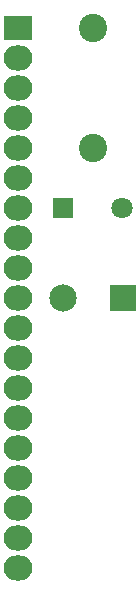
<source format=gbs>
G04 #@! TF.FileFunction,Soldermask,Bot*
%FSLAX46Y46*%
G04 Gerber Fmt 4.6, Leading zero omitted, Abs format (unit mm)*
G04 Created by KiCad (PCBNEW 4.0.4+e1-6308~48~ubuntu16.04.1-stable) date Thu Dec  1 19:27:38 2016*
%MOMM*%
%LPD*%
G01*
G04 APERTURE LIST*
%ADD10C,0.100000*%
%ADD11R,2.305000X2.305000*%
%ADD12C,2.305000*%
%ADD13R,1.800000X1.800000*%
%ADD14C,1.800000*%
%ADD15R,2.432000X2.127200*%
%ADD16O,2.432000X2.127200*%
%ADD17C,2.398980*%
G04 APERTURE END LIST*
D10*
D11*
X95250000Y-86360000D03*
D12*
X90170000Y-86360000D03*
D13*
X90170000Y-78740000D03*
D14*
X95170000Y-78740000D03*
D15*
X86360000Y-63500000D03*
D16*
X86360000Y-66040000D03*
X86360000Y-68580000D03*
X86360000Y-71120000D03*
X86360000Y-73660000D03*
X86360000Y-76200000D03*
X86360000Y-78740000D03*
X86360000Y-81280000D03*
X86360000Y-83820000D03*
X86360000Y-86360000D03*
X86360000Y-88900000D03*
X86360000Y-91440000D03*
X86360000Y-93980000D03*
X86360000Y-96520000D03*
X86360000Y-99060000D03*
X86360000Y-101600000D03*
X86360000Y-104140000D03*
X86360000Y-106680000D03*
X86360000Y-109220000D03*
D17*
X92710000Y-73660000D03*
X92710000Y-63500000D03*
M02*

</source>
